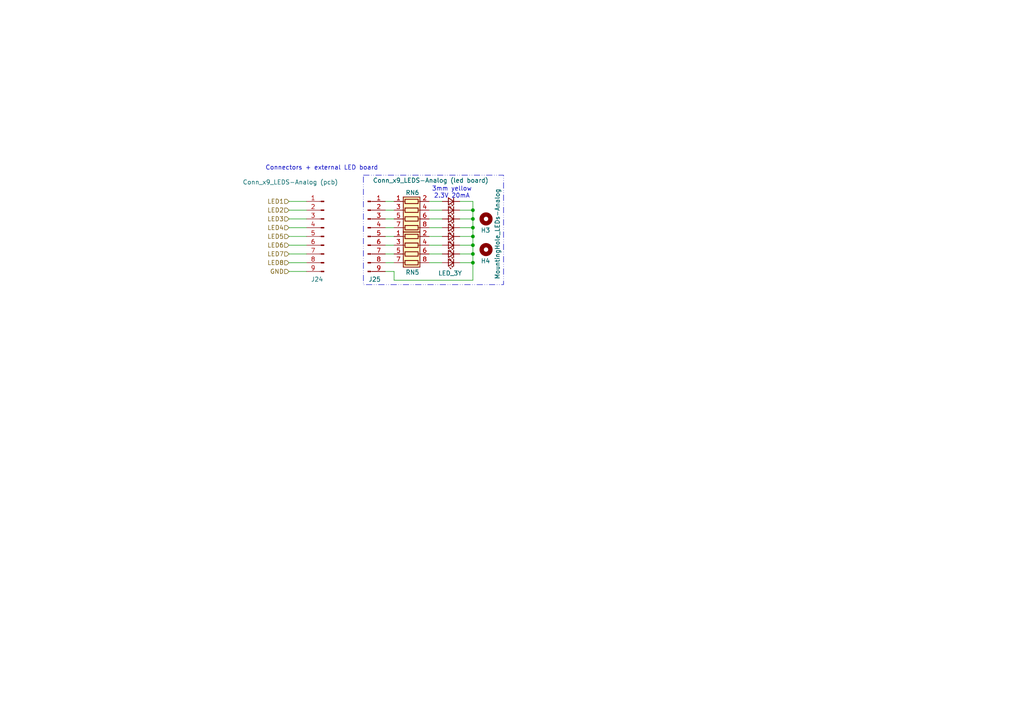
<source format=kicad_sch>
(kicad_sch (version 20231120) (generator "eeschema") (generator_version "8.0")
  (paper "A4")
  (lib_symbols
    (symbol "Connector:Conn_01x09_Pin" (pin_names (offset 1.016) hide)
      (property "Reference" "J" (at 0 12.7 0))
      (property "Value" "Conn_01x09_Pin" (at 0 -12.7 0))
      (symbol "Conn_01x09_Pin_1_1"
        (polyline (pts (xy 1.27 -10.16) (xy 0.8636 -10.16)) (stroke (width 0.1524)))
        (polyline (pts (xy 1.27 -7.62) (xy 0.8636 -7.62)) (stroke (width 0.1524)))
        (polyline (pts (xy 1.27 -5.08) (xy 0.8636 -5.08)) (stroke (width 0.1524)))
        (polyline (pts (xy 1.27 -2.54) (xy 0.8636 -2.54)) (stroke (width 0.1524)))
        (polyline (pts (xy 1.27 0) (xy 0.8636 0)) (stroke (width 0.1524)))
        (polyline (pts (xy 1.27 2.54) (xy 0.8636 2.54)) (stroke (width 0.1524)))
        (polyline (pts (xy 1.27 5.08) (xy 0.8636 5.08)) (stroke (width 0.1524)))
        (polyline (pts (xy 1.27 7.62) (xy 0.8636 7.62)) (stroke (width 0.1524)))
        (polyline (pts (xy 1.27 10.16) (xy 0.8636 10.16)) (stroke (width 0.1524)))
        (rectangle (start 0.8636 -10.033) (end 0 -10.287) (stroke (width 0.1524)) (fill (type outline)))
        (rectangle (start 0.8636 -7.493) (end 0 -7.747) (stroke (width 0.1524)) (fill (type outline)))
        (rectangle (start 0.8636 -4.953) (end 0 -5.207) (stroke (width 0.1524)) (fill (type outline)))
        (rectangle (start 0.8636 -2.413) (end 0 -2.667) (stroke (width 0.1524)) (fill (type outline)))
        (rectangle (start 0.8636 0.127) (end 0 -0.127) (stroke (width 0.1524)) (fill (type outline)))
        (rectangle (start 0.8636 2.667) (end 0 2.413) (stroke (width 0.1524)) (fill (type outline)))
        (rectangle (start 0.8636 5.207) (end 0 4.953) (stroke (width 0.1524)) (fill (type outline)))
        (rectangle (start 0.8636 7.747) (end 0 7.493) (stroke (width 0.1524)) (fill (type outline)))
        (rectangle (start 0.8636 10.287) (end 0 10.033) (stroke (width 0.1524)) (fill (type outline)))
        (pin passive line (at 5.08 10.16 180) (length 3.81) (name "Pin_1") (number "1"))
        (pin passive line (at 5.08 7.62 180) (length 3.81) (name "Pin_2") (number "2"))
        (pin passive line (at 5.08 5.08 180) (length 3.81) (name "Pin_3") (number "3"))
        (pin passive line (at 5.08 2.54 180) (length 3.81) (name "Pin_4") (number "4"))
        (pin passive line (at 5.08 0 180) (length 3.81) (name "Pin_5") (number "5"))
        (pin passive line (at 5.08 -2.54 180) (length 3.81) (name "Pin_6") (number "6"))
        (pin passive line (at 5.08 -5.08 180) (length 3.81) (name "Pin_7") (number "7"))
        (pin passive line (at 5.08 -7.62 180) (length 3.81) (name "Pin_8") (number "8"))
        (pin passive line (at 5.08 -10.16 180) (length 3.81) (name "Pin_9") (number "9"))
      )
    )
    (symbol "Device:LED_Small" (pin_numbers hide) (pin_names (offset 0.254) hide)
      (property "Reference" "D" (at -1.27 3.175 0))
      (property "Value" "LED_Small" (at -4.445 -2.54 0))
      (symbol "LED_Small_0_1"
        (polyline (pts (xy -0.762 -1.016) (xy -0.762 1.016)) (stroke (width 0.254)))
        (polyline (pts (xy 1.016 0) (xy -0.762 0)))
        (polyline (pts (xy 0.762 -1.016) (xy -0.762 0) (xy 0.762 1.016) (xy 0.762 -1.016)) (stroke (width 0.254)))
        (polyline (pts (xy 0 0.762) (xy -0.508 1.27) (xy -0.254 1.27) (xy -0.508 1.27) (xy -0.508 1.016)))
        (polyline (pts (xy 0.508 1.27) (xy 0 1.778) (xy 0.254 1.778) (xy 0 1.778) (xy 0 1.524)))
      )
      (symbol "LED_Small_1_1"
        (pin passive line (at -2.54 0 0) (length 1.778) (name "K") (number "1"))
        (pin passive line (at 2.54 0 180) (length 1.778) (name "A") (number "2"))
      )
    )
    (symbol "Mechanical:MountingHole" (pin_names (offset 1.016)) (exclude_from_sim yes) (in_bom no)
      (property "Reference" "H" (at 0 5.08 0))
      (property "Value" "MountingHole" (at 0 3.175 0))
      (symbol "MountingHole_0_1"
        (circle (center 0 0) (radius 1.27) (stroke (width 1.27)))
      )
    )
    (symbol "custom-symbols:R_Pack04-Parallel-SIL" (pin_names (offset 0) hide)
      (property "Reference" "RN" (at -7.62 0 90))
      (property "Value" "R_Pack04-Parallel-SIL" (at 5.08 0 90))
      (symbol "R_Pack04-Parallel-SIL_0_1"
        (rectangle (start -6.35 -2.413) (end 3.81 2.413) (stroke (width 0.254)) (fill (type background)))
        (rectangle (start -5.715 1.905) (end -4.445 -1.905) (stroke (width 0.254)))
        (rectangle (start -3.175 1.905) (end -1.905 -1.905) (stroke (width 0.254)))
        (rectangle (start -0.635 1.905) (end 0.635 -1.905) (stroke (width 0.254)))
        (polyline (pts (xy -5.08 -2.54) (xy -5.08 -1.905)))
        (polyline (pts (xy -5.08 1.905) (xy -5.08 2.54)))
        (polyline (pts (xy -2.54 -2.54) (xy -2.54 -1.905)))
        (polyline (pts (xy -2.54 1.905) (xy -2.54 2.54)))
        (polyline (pts (xy 0 -2.54) (xy 0 -1.905)))
        (polyline (pts (xy 0 1.905) (xy 0 2.54)))
        (polyline (pts (xy 2.54 -2.54) (xy 2.54 -1.905)))
        (polyline (pts (xy 2.54 1.905) (xy 2.54 2.54)))
        (rectangle (start 1.905 1.905) (end 3.175 -1.905) (stroke (width 0.254)))
      )
      (symbol "R_Pack04-Parallel-SIL_1_1"
        (pin passive line (at -5.08 -5.08 90) (length 2.54) (name "R1.1") (number "1"))
        (pin passive line (at -5.08 5.08 270) (length 2.54) (name "R1.2") (number "2"))
        (pin passive line (at -2.54 -5.08 90) (length 2.54) (name "R2.1") (number "3"))
        (pin passive line (at -2.54 5.08 270) (length 2.54) (name "R2.2") (number "4"))
        (pin passive line (at 0 -5.08 90) (length 2.54) (name "R3.1") (number "5"))
        (pin passive line (at 0 5.08 270) (length 2.54) (name "R3.2") (number "6"))
        (pin passive line (at 2.54 -5.08 90) (length 2.54) (name "R4.1") (number "7"))
        (pin passive line (at 2.54 5.08 270) (length 2.54) (name "R4.2") (number "8"))
      )
    )
  )
  (junction (at 137.16 71.12))
  (junction (at 137.16 60.96))
  (junction (at 137.16 73.66))
  (junction (at 137.16 68.58))
  (junction (at 137.16 63.5))
  (junction (at 137.16 76.2))
  (junction (at 137.16 66.04))
  (wire (pts (xy 124.46 63.5) (xy 128.27 63.5)))
  (wire (pts (xy 124.46 73.66) (xy 128.27 73.66)))
  (wire (pts (xy 111.76 76.2) (xy 114.3 76.2)))
  (wire (pts (xy 114.3 78.74) (xy 111.76 78.74)))
  (wire (pts (xy 124.46 71.12) (xy 128.27 71.12)))
  (wire (pts (xy 83.82 66.04) (xy 88.9 66.04)))
  (wire (pts (xy 124.46 60.96) (xy 128.27 60.96)))
  (wire (pts (xy 111.76 71.12) (xy 114.3 71.12)))
  (wire (pts (xy 137.16 73.66) (xy 137.16 71.12)))
  (wire (pts (xy 137.16 68.58) (xy 137.16 66.04)))
  (wire (pts (xy 124.46 68.58) (xy 128.27 68.58)))
  (wire (pts (xy 137.16 60.96) (xy 137.16 58.42)))
  (wire (pts (xy 137.16 66.04) (xy 137.16 63.5)))
  (wire (pts (xy 133.35 66.04) (xy 137.16 66.04)))
  (wire (pts (xy 133.35 71.12) (xy 137.16 71.12)))
  (wire (pts (xy 83.82 63.5) (xy 88.9 63.5)))
  (wire (pts (xy 137.16 76.2) (xy 137.16 73.66)))
  (wire (pts (xy 133.35 60.96) (xy 137.16 60.96)))
  (wire (pts (xy 111.76 58.42) (xy 114.3 58.42)))
  (wire (pts (xy 83.82 73.66) (xy 88.9 73.66)))
  (wire (pts (xy 111.76 73.66) (xy 114.3 73.66)))
  (wire (pts (xy 124.46 76.2) (xy 128.27 76.2)))
  (wire (pts (xy 111.76 60.96) (xy 114.3 60.96)))
  (wire (pts (xy 137.16 71.12) (xy 137.16 68.58)))
  (wire (pts (xy 111.76 66.04) (xy 114.3 66.04)))
  (wire (pts (xy 83.82 76.2) (xy 88.9 76.2)))
  (wire (pts (xy 83.82 68.58) (xy 88.9 68.58)))
  (wire (pts (xy 137.16 58.42) (xy 133.35 58.42)))
  (wire (pts (xy 124.46 58.42) (xy 128.27 58.42)))
  (wire (pts (xy 83.82 78.74) (xy 88.9 78.74)))
  (wire (pts (xy 133.35 76.2) (xy 137.16 76.2)))
  (wire (pts (xy 83.82 60.96) (xy 88.9 60.96)))
  (wire (pts (xy 133.35 63.5) (xy 137.16 63.5)))
  (wire (pts (xy 137.16 76.2) (xy 137.16 81.28)))
  (wire (pts (xy 133.35 68.58) (xy 137.16 68.58)))
  (wire (pts (xy 83.82 58.42) (xy 88.9 58.42)))
  (wire (pts (xy 111.76 68.58) (xy 114.3 68.58)))
  (wire (pts (xy 133.35 73.66) (xy 137.16 73.66)))
  (wire (pts (xy 83.82 71.12) (xy 88.9 71.12)))
  (wire (pts (xy 137.16 63.5) (xy 137.16 60.96)))
  (wire (pts (xy 111.76 63.5) (xy 114.3 63.5)))
  (wire (pts (xy 137.16 81.28) (xy 114.3 81.28)))
  (wire (pts (xy 114.3 81.28) (xy 114.3 78.74)))
  (wire (pts (xy 124.46 66.04) (xy 128.27 66.04)))
  (rectangle (start 105.41 50.8) (end 146.05 82.55) (stroke (width 0) (type dash_dot_dot)))
  (text "3mm yellow\n2.3V 20mA" (at 131.064 55.88 0) (effects (font (size 1.27 1.27))))
  (text "Connectors + external LED board" (at 76.962 48.768 0) (effects (font (size 1.27 1.27)) (justify left)))
  (hierarchical_label "LED8" (shape input) (at 83.82 76.2 180))
  (hierarchical_label "LED4" (shape input) (at 83.82 66.04 180))
  (hierarchical_label "GND" (shape input) (at 83.82 78.74 180))
  (hierarchical_label "LED5" (shape input) (at 83.82 68.58 180))
  (hierarchical_label "LED6" (shape input) (at 83.82 71.12 180))
  (hierarchical_label "LED2" (shape input) (at 83.82 60.96 180))
  (hierarchical_label "LED7" (shape input) (at 83.82 73.66 180))
  (hierarchical_label "LED3" (shape input) (at 83.82 63.5 180))
  (hierarchical_label "LED1" (shape input) (at 83.82 58.42 180))
  (symbol (lib_id "Device:LED_Small") (at 130.81 60.96 180) (unit 1)
    (property "Reference" "D8" (effects (hide yes)))
    (property "Value" "LED_3Y" (effects (hide yes)))
    (property "Footprint" "LED_THT:LED_D3.0mm_IRGrey" (effects (hide yes)))
    (property "Description" "Light emitting diode, small symbol" (effects (hide yes)))
  )
  (symbol (lib_id "custom-symbols:R_Pack04-Parallel-SIL") (at 119.38 73.66 270) (unit 1)
    (property "Reference" "RN6" (at 119.634 55.88 90))
    (property "Value" "R_Pack04_47R" (effects (hide yes)))
    (property "Footprint" "Resistor_THT:R_Array_SIP8" (effects (hide yes)))
    (property "Description" "4 resistor network, parallel topology" (effects (hide yes)))
  )
  (symbol (lib_id "Connector:Conn_01x09_Pin") (at 93.98 68.58 0) (mirror y) (unit 1)
    (property "Reference" "J24" (at 90.17 81.026 0) (effects (justify right)))
    (property "Value" "Conn_x9_LEDS-Analog (pcb)" (at 70.358 52.832 0) (effects (justify right)))
    (property "Footprint" "Connector_PinHeader_2.54mm:PinHeader_1x09_P2.54mm_Vertical" (effects (hide yes)))
    (property "Description" "Generic connector, single row, 01x09, script generated" (effects (hide yes)))
  )
  (symbol (lib_id "Mechanical:MountingHole") (at 140.97 72.39 0) (unit 1) (exclude_from_sim yes) (in_bom no)
    (property "Reference" "H4" (at 139.446 75.692 0) (effects (justify left)))
    (property "Value" "MountingHole_LEDs-Analog" (effects (hide yes)))
    (property "Footprint" "MountingHole:MountingHole_2mm" (effects (hide yes)))
    (property "Description" "Mounting Hole without connection" (effects (hide yes)))
  )
  (symbol (lib_id "Device:LED_Small") (at 130.81 63.5 180) (unit 1)
    (property "Reference" "D10" (effects (hide yes)))
    (property "Value" "LED_3Y" (effects (hide yes)))
    (property "Footprint" "LED_THT:LED_D3.0mm_IRGrey" (effects (hide yes)))
    (property "Description" "Light emitting diode, small symbol" (effects (hide yes)))
  )
  (symbol (lib_id "Device:LED_Small") (at 130.81 68.58 180) (unit 1)
    (property "Reference" "D17" (effects (hide yes)))
    (property "Value" "LED_3Y" (effects (hide yes)))
    (property "Footprint" "LED_THT:LED_D3.0mm_IRGrey" (effects (hide yes)))
    (property "Description" "Light emitting diode, small symbol" (effects (hide yes)))
  )
  (symbol (lib_id "Mechanical:MountingHole") (at 140.97 63.5 0) (unit 1) (exclude_from_sim yes) (in_bom no)
    (property "Reference" "H3" (at 139.446 66.802 0) (effects (justify left)))
    (property "Value" "MountingHole_LEDs-Analog" (at 144.272 81.026 90) (effects (justify left)))
    (property "Footprint" "MountingHole:MountingHole_2mm" (effects (hide yes)))
    (property "Description" "Mounting Hole without connection" (effects (hide yes)))
  )
  (symbol (lib_id "Connector:Conn_01x09_Pin") (at 106.68 68.58 0) (unit 1)
    (property "Reference" "J25" (at 110.49 81.026 0) (effects (justify right)))
    (property "Value" "Conn_x9_LEDS-Analog (led board)" (at 141.732 52.324 0) (effects (justify right)))
    (property "Footprint" "Connector_PinHeader_2.54mm:PinHeader_1x09_P2.54mm_Vertical" (effects (hide yes)))
    (property "Description" "Generic connector, single row, 01x09, script generated" (effects (hide yes)))
  )
  (symbol (lib_id "Device:LED_Small") (at 130.81 76.2 180) (unit 1)
    (property "Reference" "D27" (effects (hide yes)))
    (property "Value" "LED_3Y" (at 130.556 79.248 0))
    (property "Footprint" "LED_THT:LED_D3.0mm_IRGrey" (effects (hide yes)))
    (property "Description" "Light emitting diode, small symbol" (effects (hide yes)))
  )
  (symbol (lib_id "Device:LED_Small") (at 130.81 66.04 180) (unit 1)
    (property "Reference" "D15" (effects (hide yes)))
    (property "Value" "LED_3Y" (effects (hide yes)))
    (property "Footprint" "LED_THT:LED_D3.0mm_IRGrey" (effects (hide yes)))
    (property "Description" "Light emitting diode, small symbol" (effects (hide yes)))
  )
  (symbol (lib_id "Device:LED_Small") (at 130.81 73.66 180) (unit 1)
    (property "Reference" "D26" (effects (hide yes)))
    (property "Value" "LED_3Y" (effects (hide yes)))
    (property "Footprint" "LED_THT:LED_D3.0mm_IRGrey" (effects (hide yes)))
    (property "Description" "Light emitting diode, small symbol" (effects (hide yes)))
  )
  (symbol (lib_id "Device:LED_Small") (at 130.81 58.42 180) (unit 1)
    (property "Reference" "D7" (effects (hide yes)))
    (property "Value" "LED_3Y" (effects (hide yes)))
    (property "Footprint" "LED_THT:LED_D3.0mm_IRGrey" (effects (hide yes)))
    (property "Description" "Light emitting diode, small symbol" (effects (hide yes)))
  )
  (symbol (lib_id "custom-symbols:R_Pack04-Parallel-SIL") (at 119.38 63.5 270) (unit 1)
    (property "Reference" "RN5" (at 119.634 78.994 90))
    (property "Value" "R_Pack04_47R" (effects (hide yes)))
    (property "Footprint" "Resistor_THT:R_Array_SIP8" (effects (hide yes)))
    (property "Description" "4 resistor network, parallel topology" (effects (hide yes)))
  )
  (symbol (lib_id "Device:LED_Small") (at 130.81 71.12 180) (unit 1)
    (property "Reference" "D23" (effects (hide yes)))
    (property "Value" "LED_3Y" (effects (hide yes)))
    (property "Footprint" "LED_THT:LED_D3.0mm_IRGrey" (effects (hide yes)))
    (property "Description" "Light emitting diode, small symbol" (effects (hide yes)))
  )
)
</source>
